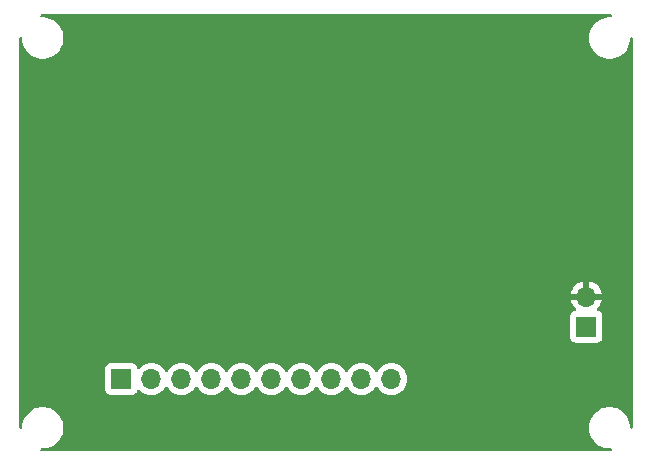
<source format=gbl>
G04 #@! TF.GenerationSoftware,KiCad,Pcbnew,8.0.8*
G04 #@! TF.CreationDate,2025-02-15T12:45:03+02:00*
G04 #@! TF.ProjectId,E900M30S shield,45393030-4d33-4305-9320-736869656c64,rev?*
G04 #@! TF.SameCoordinates,Original*
G04 #@! TF.FileFunction,Copper,L2,Bot*
G04 #@! TF.FilePolarity,Positive*
%FSLAX46Y46*%
G04 Gerber Fmt 4.6, Leading zero omitted, Abs format (unit mm)*
G04 Created by KiCad (PCBNEW 8.0.8) date 2025-02-15 12:45:03*
%MOMM*%
%LPD*%
G01*
G04 APERTURE LIST*
G04 #@! TA.AperFunction,ComponentPad*
%ADD10R,1.700000X1.700000*%
G04 #@! TD*
G04 #@! TA.AperFunction,ComponentPad*
%ADD11O,1.700000X1.700000*%
G04 #@! TD*
G04 #@! TA.AperFunction,ViaPad*
%ADD12C,0.600000*%
G04 #@! TD*
G04 APERTURE END LIST*
D10*
G04 #@! TO.P,J1,1*
G04 #@! TO.N,NSS*
X119380000Y-128905000D03*
D11*
G04 #@! TO.P,J1,2*
G04 #@! TO.N,SCK*
X121920000Y-128905000D03*
G04 #@! TO.P,J1,3*
G04 #@! TO.N,MOSI*
X124460000Y-128905000D03*
G04 #@! TO.P,J1,4*
G04 #@! TO.N,MISO*
X127000000Y-128905000D03*
G04 #@! TO.P,J1,5*
G04 #@! TO.N,RST*
X129540000Y-128905000D03*
G04 #@! TO.P,J1,6*
G04 #@! TO.N,BUSY*
X132080000Y-128905000D03*
G04 #@! TO.P,J1,7*
G04 #@! TO.N,RXEN*
X134620000Y-128905000D03*
G04 #@! TO.P,J1,8*
G04 #@! TO.N,TXEN*
X137160000Y-128905000D03*
G04 #@! TO.P,J1,9*
G04 #@! TO.N,DIO2*
X139700000Y-128905000D03*
G04 #@! TO.P,J1,10*
G04 #@! TO.N,DIO1*
X142240000Y-128905000D03*
G04 #@! TD*
D10*
G04 #@! TO.P,J2,1*
G04 #@! TO.N,+5V*
X158750000Y-124460000D03*
D11*
G04 #@! TO.P,J2,2*
G04 #@! TO.N,GND*
X158750000Y-121920000D03*
G04 #@! TD*
D12*
G04 #@! TO.N,GND*
X130889632Y-121781551D03*
X122309986Y-103173605D03*
X152741659Y-121781551D03*
X127381931Y-103173605D03*
X133307102Y-116946612D03*
X135108353Y-121781551D03*
X152783863Y-103173605D03*
X127429333Y-121781551D03*
X124917061Y-121781551D03*
X137620625Y-121781551D03*
X122357387Y-121781551D03*
G04 #@! TD*
G04 #@! TA.AperFunction,Conductor*
G04 #@! TO.N,GND*
G36*
X160721121Y-98020020D02*
G01*
X160805223Y-98021520D01*
X160871901Y-98042397D01*
X160916707Y-98096008D01*
X160925416Y-98165333D01*
X160895262Y-98228361D01*
X160835820Y-98265081D01*
X160803012Y-98269500D01*
X160588812Y-98269500D01*
X160440452Y-98291863D01*
X160329385Y-98308604D01*
X160329382Y-98308605D01*
X160329376Y-98308606D01*
X160078673Y-98385938D01*
X159842303Y-98499767D01*
X159842302Y-98499768D01*
X159625520Y-98647567D01*
X159433198Y-98826014D01*
X159269614Y-99031143D01*
X159138432Y-99258356D01*
X159042582Y-99502578D01*
X159042576Y-99502597D01*
X158984197Y-99758374D01*
X158984196Y-99758379D01*
X158964592Y-100019995D01*
X158964592Y-100020004D01*
X158984196Y-100281620D01*
X158984197Y-100281625D01*
X159042576Y-100537402D01*
X159042578Y-100537411D01*
X159042580Y-100537416D01*
X159138432Y-100781643D01*
X159269614Y-101008857D01*
X159401736Y-101174533D01*
X159433198Y-101213985D01*
X159614753Y-101382441D01*
X159625521Y-101392433D01*
X159842296Y-101540228D01*
X159842301Y-101540230D01*
X159842302Y-101540231D01*
X159842303Y-101540232D01*
X159967843Y-101600688D01*
X160078673Y-101654061D01*
X160078674Y-101654061D01*
X160078677Y-101654063D01*
X160329385Y-101731396D01*
X160588818Y-101770500D01*
X160851182Y-101770500D01*
X161110615Y-101731396D01*
X161361323Y-101654063D01*
X161597704Y-101540228D01*
X161814479Y-101392433D01*
X162006805Y-101213981D01*
X162170386Y-101008857D01*
X162301568Y-100781643D01*
X162397420Y-100537416D01*
X162455802Y-100281630D01*
X162462910Y-100186779D01*
X162472347Y-100060852D01*
X162496986Y-99995471D01*
X162553061Y-99953790D01*
X162622769Y-99949042D01*
X162683979Y-99982735D01*
X162717255Y-100044172D01*
X162720000Y-100070118D01*
X162720000Y-132969881D01*
X162700315Y-133036920D01*
X162647511Y-133082675D01*
X162578353Y-133092619D01*
X162514797Y-133063594D01*
X162477023Y-133004816D01*
X162472347Y-132979147D01*
X162455803Y-132758379D01*
X162455802Y-132758374D01*
X162455802Y-132758370D01*
X162397420Y-132502584D01*
X162301568Y-132258357D01*
X162170386Y-132031143D01*
X162006805Y-131826019D01*
X162006804Y-131826018D01*
X162006801Y-131826014D01*
X161814479Y-131647567D01*
X161597704Y-131499772D01*
X161597700Y-131499770D01*
X161597697Y-131499768D01*
X161597696Y-131499767D01*
X161361325Y-131385938D01*
X161361327Y-131385938D01*
X161110623Y-131308606D01*
X161110619Y-131308605D01*
X161110615Y-131308604D01*
X160985823Y-131289794D01*
X160851187Y-131269500D01*
X160851182Y-131269500D01*
X160588818Y-131269500D01*
X160588812Y-131269500D01*
X160427247Y-131293853D01*
X160329385Y-131308604D01*
X160329382Y-131308605D01*
X160329376Y-131308606D01*
X160078673Y-131385938D01*
X159842303Y-131499767D01*
X159842302Y-131499768D01*
X159625520Y-131647567D01*
X159433198Y-131826014D01*
X159269614Y-132031143D01*
X159138432Y-132258356D01*
X159042582Y-132502578D01*
X159042576Y-132502597D01*
X158984197Y-132758374D01*
X158984196Y-132758379D01*
X158964592Y-133019995D01*
X158964592Y-133020004D01*
X158984196Y-133281620D01*
X158984197Y-133281625D01*
X159042576Y-133537402D01*
X159042578Y-133537411D01*
X159042580Y-133537416D01*
X159138432Y-133781643D01*
X159269614Y-134008857D01*
X159358562Y-134120394D01*
X159433198Y-134213985D01*
X159614753Y-134382441D01*
X159625521Y-134392433D01*
X159842296Y-134540228D01*
X159842301Y-134540230D01*
X159842302Y-134540231D01*
X159842303Y-134540232D01*
X159967843Y-134600688D01*
X160078673Y-134654061D01*
X160078674Y-134654061D01*
X160078677Y-134654063D01*
X160329385Y-134731396D01*
X160588818Y-134770500D01*
X160803012Y-134770500D01*
X160870051Y-134790185D01*
X160915806Y-134842989D01*
X160925750Y-134912147D01*
X160896725Y-134975703D01*
X160837947Y-135013477D01*
X160805223Y-135018480D01*
X160721121Y-135019980D01*
X160718910Y-135020000D01*
X112721090Y-135020000D01*
X112718879Y-135019980D01*
X112634777Y-135018480D01*
X112568099Y-134997603D01*
X112523293Y-134943992D01*
X112514584Y-134874667D01*
X112544738Y-134811639D01*
X112604180Y-134774919D01*
X112636988Y-134770500D01*
X112851182Y-134770500D01*
X113110615Y-134731396D01*
X113361323Y-134654063D01*
X113597704Y-134540228D01*
X113814479Y-134392433D01*
X113963733Y-134253945D01*
X114006801Y-134213985D01*
X114006801Y-134213983D01*
X114006805Y-134213981D01*
X114170386Y-134008857D01*
X114301568Y-133781643D01*
X114397420Y-133537416D01*
X114455802Y-133281630D01*
X114470091Y-133090957D01*
X114475408Y-133020004D01*
X114475408Y-133019995D01*
X114455803Y-132758379D01*
X114455802Y-132758374D01*
X114455802Y-132758370D01*
X114397420Y-132502584D01*
X114301568Y-132258357D01*
X114170386Y-132031143D01*
X114006805Y-131826019D01*
X114006804Y-131826018D01*
X114006801Y-131826014D01*
X113814479Y-131647567D01*
X113597704Y-131499772D01*
X113597700Y-131499770D01*
X113597697Y-131499768D01*
X113597696Y-131499767D01*
X113361325Y-131385938D01*
X113361327Y-131385938D01*
X113110623Y-131308606D01*
X113110619Y-131308605D01*
X113110615Y-131308604D01*
X112985823Y-131289794D01*
X112851187Y-131269500D01*
X112851182Y-131269500D01*
X112588818Y-131269500D01*
X112588812Y-131269500D01*
X112427247Y-131293853D01*
X112329385Y-131308604D01*
X112329382Y-131308605D01*
X112329376Y-131308606D01*
X112078673Y-131385938D01*
X111842303Y-131499767D01*
X111842302Y-131499768D01*
X111625520Y-131647567D01*
X111433198Y-131826014D01*
X111269614Y-132031143D01*
X111138432Y-132258356D01*
X111042582Y-132502578D01*
X111042576Y-132502597D01*
X110984197Y-132758374D01*
X110984196Y-132758379D01*
X110967653Y-132979147D01*
X110943014Y-133044528D01*
X110886939Y-133086209D01*
X110817230Y-133090957D01*
X110756021Y-133057264D01*
X110722745Y-132995827D01*
X110720000Y-132969881D01*
X110720000Y-128007135D01*
X118029500Y-128007135D01*
X118029500Y-129802870D01*
X118029501Y-129802876D01*
X118035908Y-129862483D01*
X118086202Y-129997328D01*
X118086206Y-129997335D01*
X118172452Y-130112544D01*
X118172455Y-130112547D01*
X118287664Y-130198793D01*
X118287671Y-130198797D01*
X118422517Y-130249091D01*
X118422516Y-130249091D01*
X118429444Y-130249835D01*
X118482127Y-130255500D01*
X120277872Y-130255499D01*
X120337483Y-130249091D01*
X120472331Y-130198796D01*
X120587546Y-130112546D01*
X120673796Y-129997331D01*
X120722810Y-129865916D01*
X120764681Y-129809984D01*
X120830145Y-129785566D01*
X120898418Y-129800417D01*
X120926673Y-129821569D01*
X121048599Y-129943495D01*
X121145384Y-130011265D01*
X121242165Y-130079032D01*
X121242167Y-130079033D01*
X121242170Y-130079035D01*
X121456337Y-130178903D01*
X121684592Y-130240063D01*
X121861034Y-130255500D01*
X121919999Y-130260659D01*
X121920000Y-130260659D01*
X121920001Y-130260659D01*
X121978966Y-130255500D01*
X122155408Y-130240063D01*
X122383663Y-130178903D01*
X122597830Y-130079035D01*
X122791401Y-129943495D01*
X122958495Y-129776401D01*
X123088425Y-129590842D01*
X123143002Y-129547217D01*
X123212500Y-129540023D01*
X123274855Y-129571546D01*
X123291575Y-129590842D01*
X123421500Y-129776395D01*
X123421505Y-129776401D01*
X123588599Y-129943495D01*
X123685384Y-130011265D01*
X123782165Y-130079032D01*
X123782167Y-130079033D01*
X123782170Y-130079035D01*
X123996337Y-130178903D01*
X124224592Y-130240063D01*
X124401034Y-130255500D01*
X124459999Y-130260659D01*
X124460000Y-130260659D01*
X124460001Y-130260659D01*
X124518966Y-130255500D01*
X124695408Y-130240063D01*
X124923663Y-130178903D01*
X125137830Y-130079035D01*
X125331401Y-129943495D01*
X125498495Y-129776401D01*
X125628425Y-129590842D01*
X125683002Y-129547217D01*
X125752500Y-129540023D01*
X125814855Y-129571546D01*
X125831575Y-129590842D01*
X125961500Y-129776395D01*
X125961505Y-129776401D01*
X126128599Y-129943495D01*
X126225384Y-130011265D01*
X126322165Y-130079032D01*
X126322167Y-130079033D01*
X126322170Y-130079035D01*
X126536337Y-130178903D01*
X126764592Y-130240063D01*
X126941034Y-130255500D01*
X126999999Y-130260659D01*
X127000000Y-130260659D01*
X127000001Y-130260659D01*
X127058966Y-130255500D01*
X127235408Y-130240063D01*
X127463663Y-130178903D01*
X127677830Y-130079035D01*
X127871401Y-129943495D01*
X128038495Y-129776401D01*
X128168425Y-129590842D01*
X128223002Y-129547217D01*
X128292500Y-129540023D01*
X128354855Y-129571546D01*
X128371575Y-129590842D01*
X128501500Y-129776395D01*
X128501505Y-129776401D01*
X128668599Y-129943495D01*
X128765384Y-130011265D01*
X128862165Y-130079032D01*
X128862167Y-130079033D01*
X128862170Y-130079035D01*
X129076337Y-130178903D01*
X129304592Y-130240063D01*
X129481034Y-130255500D01*
X129539999Y-130260659D01*
X129540000Y-130260659D01*
X129540001Y-130260659D01*
X129598966Y-130255500D01*
X129775408Y-130240063D01*
X130003663Y-130178903D01*
X130217830Y-130079035D01*
X130411401Y-129943495D01*
X130578495Y-129776401D01*
X130708425Y-129590842D01*
X130763002Y-129547217D01*
X130832500Y-129540023D01*
X130894855Y-129571546D01*
X130911575Y-129590842D01*
X131041500Y-129776395D01*
X131041505Y-129776401D01*
X131208599Y-129943495D01*
X131305384Y-130011265D01*
X131402165Y-130079032D01*
X131402167Y-130079033D01*
X131402170Y-130079035D01*
X131616337Y-130178903D01*
X131844592Y-130240063D01*
X132021034Y-130255500D01*
X132079999Y-130260659D01*
X132080000Y-130260659D01*
X132080001Y-130260659D01*
X132138966Y-130255500D01*
X132315408Y-130240063D01*
X132543663Y-130178903D01*
X132757830Y-130079035D01*
X132951401Y-129943495D01*
X133118495Y-129776401D01*
X133248425Y-129590842D01*
X133303002Y-129547217D01*
X133372500Y-129540023D01*
X133434855Y-129571546D01*
X133451575Y-129590842D01*
X133581500Y-129776395D01*
X133581505Y-129776401D01*
X133748599Y-129943495D01*
X133845384Y-130011265D01*
X133942165Y-130079032D01*
X133942167Y-130079033D01*
X133942170Y-130079035D01*
X134156337Y-130178903D01*
X134384592Y-130240063D01*
X134561034Y-130255500D01*
X134619999Y-130260659D01*
X134620000Y-130260659D01*
X134620001Y-130260659D01*
X134678966Y-130255500D01*
X134855408Y-130240063D01*
X135083663Y-130178903D01*
X135297830Y-130079035D01*
X135491401Y-129943495D01*
X135658495Y-129776401D01*
X135788425Y-129590842D01*
X135843002Y-129547217D01*
X135912500Y-129540023D01*
X135974855Y-129571546D01*
X135991575Y-129590842D01*
X136121500Y-129776395D01*
X136121505Y-129776401D01*
X136288599Y-129943495D01*
X136385384Y-130011265D01*
X136482165Y-130079032D01*
X136482167Y-130079033D01*
X136482170Y-130079035D01*
X136696337Y-130178903D01*
X136924592Y-130240063D01*
X137101034Y-130255500D01*
X137159999Y-130260659D01*
X137160000Y-130260659D01*
X137160001Y-130260659D01*
X137218966Y-130255500D01*
X137395408Y-130240063D01*
X137623663Y-130178903D01*
X137837830Y-130079035D01*
X138031401Y-129943495D01*
X138198495Y-129776401D01*
X138328425Y-129590842D01*
X138383002Y-129547217D01*
X138452500Y-129540023D01*
X138514855Y-129571546D01*
X138531575Y-129590842D01*
X138661500Y-129776395D01*
X138661505Y-129776401D01*
X138828599Y-129943495D01*
X138925384Y-130011265D01*
X139022165Y-130079032D01*
X139022167Y-130079033D01*
X139022170Y-130079035D01*
X139236337Y-130178903D01*
X139464592Y-130240063D01*
X139641034Y-130255500D01*
X139699999Y-130260659D01*
X139700000Y-130260659D01*
X139700001Y-130260659D01*
X139758966Y-130255500D01*
X139935408Y-130240063D01*
X140163663Y-130178903D01*
X140377830Y-130079035D01*
X140571401Y-129943495D01*
X140738495Y-129776401D01*
X140868425Y-129590842D01*
X140923002Y-129547217D01*
X140992500Y-129540023D01*
X141054855Y-129571546D01*
X141071575Y-129590842D01*
X141201500Y-129776395D01*
X141201505Y-129776401D01*
X141368599Y-129943495D01*
X141465384Y-130011265D01*
X141562165Y-130079032D01*
X141562167Y-130079033D01*
X141562170Y-130079035D01*
X141776337Y-130178903D01*
X142004592Y-130240063D01*
X142181034Y-130255500D01*
X142239999Y-130260659D01*
X142240000Y-130260659D01*
X142240001Y-130260659D01*
X142298966Y-130255500D01*
X142475408Y-130240063D01*
X142703663Y-130178903D01*
X142917830Y-130079035D01*
X143111401Y-129943495D01*
X143278495Y-129776401D01*
X143414035Y-129582830D01*
X143513903Y-129368663D01*
X143575063Y-129140408D01*
X143595659Y-128905000D01*
X143575063Y-128669592D01*
X143513903Y-128441337D01*
X143414035Y-128227171D01*
X143408425Y-128219158D01*
X143278494Y-128033597D01*
X143111402Y-127866506D01*
X143111395Y-127866501D01*
X142917834Y-127730967D01*
X142917830Y-127730965D01*
X142917828Y-127730964D01*
X142703663Y-127631097D01*
X142703659Y-127631096D01*
X142703655Y-127631094D01*
X142475413Y-127569938D01*
X142475403Y-127569936D01*
X142240001Y-127549341D01*
X142239999Y-127549341D01*
X142004596Y-127569936D01*
X142004586Y-127569938D01*
X141776344Y-127631094D01*
X141776335Y-127631098D01*
X141562171Y-127730964D01*
X141562169Y-127730965D01*
X141368597Y-127866505D01*
X141201505Y-128033597D01*
X141071575Y-128219158D01*
X141016998Y-128262783D01*
X140947500Y-128269977D01*
X140885145Y-128238454D01*
X140868425Y-128219158D01*
X140738494Y-128033597D01*
X140571402Y-127866506D01*
X140571395Y-127866501D01*
X140377834Y-127730967D01*
X140377830Y-127730965D01*
X140377828Y-127730964D01*
X140163663Y-127631097D01*
X140163659Y-127631096D01*
X140163655Y-127631094D01*
X139935413Y-127569938D01*
X139935403Y-127569936D01*
X139700001Y-127549341D01*
X139699999Y-127549341D01*
X139464596Y-127569936D01*
X139464586Y-127569938D01*
X139236344Y-127631094D01*
X139236335Y-127631098D01*
X139022171Y-127730964D01*
X139022169Y-127730965D01*
X138828597Y-127866505D01*
X138661505Y-128033597D01*
X138531575Y-128219158D01*
X138476998Y-128262783D01*
X138407500Y-128269977D01*
X138345145Y-128238454D01*
X138328425Y-128219158D01*
X138198494Y-128033597D01*
X138031402Y-127866506D01*
X138031395Y-127866501D01*
X137837834Y-127730967D01*
X137837830Y-127730965D01*
X137837828Y-127730964D01*
X137623663Y-127631097D01*
X137623659Y-127631096D01*
X137623655Y-127631094D01*
X137395413Y-127569938D01*
X137395403Y-127569936D01*
X137160001Y-127549341D01*
X137159999Y-127549341D01*
X136924596Y-127569936D01*
X136924586Y-127569938D01*
X136696344Y-127631094D01*
X136696335Y-127631098D01*
X136482171Y-127730964D01*
X136482169Y-127730965D01*
X136288597Y-127866505D01*
X136121505Y-128033597D01*
X135991575Y-128219158D01*
X135936998Y-128262783D01*
X135867500Y-128269977D01*
X135805145Y-128238454D01*
X135788425Y-128219158D01*
X135658494Y-128033597D01*
X135491402Y-127866506D01*
X135491395Y-127866501D01*
X135297834Y-127730967D01*
X135297830Y-127730965D01*
X135297828Y-127730964D01*
X135083663Y-127631097D01*
X135083659Y-127631096D01*
X135083655Y-127631094D01*
X134855413Y-127569938D01*
X134855403Y-127569936D01*
X134620001Y-127549341D01*
X134619999Y-127549341D01*
X134384596Y-127569936D01*
X134384586Y-127569938D01*
X134156344Y-127631094D01*
X134156335Y-127631098D01*
X133942171Y-127730964D01*
X133942169Y-127730965D01*
X133748597Y-127866505D01*
X133581505Y-128033597D01*
X133451575Y-128219158D01*
X133396998Y-128262783D01*
X133327500Y-128269977D01*
X133265145Y-128238454D01*
X133248425Y-128219158D01*
X133118494Y-128033597D01*
X132951402Y-127866506D01*
X132951395Y-127866501D01*
X132757834Y-127730967D01*
X132757830Y-127730965D01*
X132757828Y-127730964D01*
X132543663Y-127631097D01*
X132543659Y-127631096D01*
X132543655Y-127631094D01*
X132315413Y-127569938D01*
X132315403Y-127569936D01*
X132080001Y-127549341D01*
X132079999Y-127549341D01*
X131844596Y-127569936D01*
X131844586Y-127569938D01*
X131616344Y-127631094D01*
X131616335Y-127631098D01*
X131402171Y-127730964D01*
X131402169Y-127730965D01*
X131208597Y-127866505D01*
X131041505Y-128033597D01*
X130911575Y-128219158D01*
X130856998Y-128262783D01*
X130787500Y-128269977D01*
X130725145Y-128238454D01*
X130708425Y-128219158D01*
X130578494Y-128033597D01*
X130411402Y-127866506D01*
X130411395Y-127866501D01*
X130217834Y-127730967D01*
X130217830Y-127730965D01*
X130217828Y-127730964D01*
X130003663Y-127631097D01*
X130003659Y-127631096D01*
X130003655Y-127631094D01*
X129775413Y-127569938D01*
X129775403Y-127569936D01*
X129540001Y-127549341D01*
X129539999Y-127549341D01*
X129304596Y-127569936D01*
X129304586Y-127569938D01*
X129076344Y-127631094D01*
X129076335Y-127631098D01*
X128862171Y-127730964D01*
X128862169Y-127730965D01*
X128668597Y-127866505D01*
X128501505Y-128033597D01*
X128371575Y-128219158D01*
X128316998Y-128262783D01*
X128247500Y-128269977D01*
X128185145Y-128238454D01*
X128168425Y-128219158D01*
X128038494Y-128033597D01*
X127871402Y-127866506D01*
X127871395Y-127866501D01*
X127677834Y-127730967D01*
X127677830Y-127730965D01*
X127677828Y-127730964D01*
X127463663Y-127631097D01*
X127463659Y-127631096D01*
X127463655Y-127631094D01*
X127235413Y-127569938D01*
X127235403Y-127569936D01*
X127000001Y-127549341D01*
X126999999Y-127549341D01*
X126764596Y-127569936D01*
X126764586Y-127569938D01*
X126536344Y-127631094D01*
X126536335Y-127631098D01*
X126322171Y-127730964D01*
X126322169Y-127730965D01*
X126128597Y-127866505D01*
X125961505Y-128033597D01*
X125831575Y-128219158D01*
X125776998Y-128262783D01*
X125707500Y-128269977D01*
X125645145Y-128238454D01*
X125628425Y-128219158D01*
X125498494Y-128033597D01*
X125331402Y-127866506D01*
X125331395Y-127866501D01*
X125137834Y-127730967D01*
X125137830Y-127730965D01*
X125137828Y-127730964D01*
X124923663Y-127631097D01*
X124923659Y-127631096D01*
X124923655Y-127631094D01*
X124695413Y-127569938D01*
X124695403Y-127569936D01*
X124460001Y-127549341D01*
X124459999Y-127549341D01*
X124224596Y-127569936D01*
X124224586Y-127569938D01*
X123996344Y-127631094D01*
X123996335Y-127631098D01*
X123782171Y-127730964D01*
X123782169Y-127730965D01*
X123588597Y-127866505D01*
X123421505Y-128033597D01*
X123291575Y-128219158D01*
X123236998Y-128262783D01*
X123167500Y-128269977D01*
X123105145Y-128238454D01*
X123088425Y-128219158D01*
X122958494Y-128033597D01*
X122791402Y-127866506D01*
X122791395Y-127866501D01*
X122597834Y-127730967D01*
X122597830Y-127730965D01*
X122597828Y-127730964D01*
X122383663Y-127631097D01*
X122383659Y-127631096D01*
X122383655Y-127631094D01*
X122155413Y-127569938D01*
X122155403Y-127569936D01*
X121920001Y-127549341D01*
X121919999Y-127549341D01*
X121684596Y-127569936D01*
X121684586Y-127569938D01*
X121456344Y-127631094D01*
X121456335Y-127631098D01*
X121242171Y-127730964D01*
X121242169Y-127730965D01*
X121048600Y-127866503D01*
X120926673Y-127988430D01*
X120865350Y-128021914D01*
X120795658Y-128016930D01*
X120739725Y-127975058D01*
X120722810Y-127944081D01*
X120673797Y-127812671D01*
X120673793Y-127812664D01*
X120587547Y-127697455D01*
X120587544Y-127697452D01*
X120472335Y-127611206D01*
X120472328Y-127611202D01*
X120337482Y-127560908D01*
X120337483Y-127560908D01*
X120277883Y-127554501D01*
X120277881Y-127554500D01*
X120277873Y-127554500D01*
X120277864Y-127554500D01*
X118482129Y-127554500D01*
X118482123Y-127554501D01*
X118422516Y-127560908D01*
X118287671Y-127611202D01*
X118287664Y-127611206D01*
X118172455Y-127697452D01*
X118172452Y-127697455D01*
X118086206Y-127812664D01*
X118086202Y-127812671D01*
X118035908Y-127947517D01*
X118029501Y-128007116D01*
X118029500Y-128007135D01*
X110720000Y-128007135D01*
X110720000Y-123562135D01*
X157399500Y-123562135D01*
X157399500Y-125357870D01*
X157399501Y-125357876D01*
X157405908Y-125417483D01*
X157456202Y-125552328D01*
X157456206Y-125552335D01*
X157542452Y-125667544D01*
X157542455Y-125667547D01*
X157657664Y-125753793D01*
X157657671Y-125753797D01*
X157792517Y-125804091D01*
X157792516Y-125804091D01*
X157799444Y-125804835D01*
X157852127Y-125810500D01*
X159647872Y-125810499D01*
X159707483Y-125804091D01*
X159842331Y-125753796D01*
X159957546Y-125667546D01*
X160043796Y-125552331D01*
X160094091Y-125417483D01*
X160100500Y-125357873D01*
X160100499Y-123562128D01*
X160094091Y-123502517D01*
X160043796Y-123367669D01*
X160043795Y-123367668D01*
X160043793Y-123367664D01*
X159957547Y-123252455D01*
X159957544Y-123252452D01*
X159842335Y-123166206D01*
X159842328Y-123166202D01*
X159710401Y-123116997D01*
X159654467Y-123075126D01*
X159630050Y-123009662D01*
X159644902Y-122941389D01*
X159666053Y-122913133D01*
X159788108Y-122791078D01*
X159923600Y-122597578D01*
X160023429Y-122383492D01*
X160023432Y-122383486D01*
X160080636Y-122170000D01*
X159183012Y-122170000D01*
X159215925Y-122112993D01*
X159250000Y-121985826D01*
X159250000Y-121854174D01*
X159215925Y-121727007D01*
X159183012Y-121670000D01*
X160080636Y-121670000D01*
X160080635Y-121669999D01*
X160023432Y-121456513D01*
X160023429Y-121456507D01*
X159923600Y-121242422D01*
X159923599Y-121242420D01*
X159788113Y-121048926D01*
X159788108Y-121048920D01*
X159621082Y-120881894D01*
X159427578Y-120746399D01*
X159213492Y-120646570D01*
X159213486Y-120646567D01*
X159000000Y-120589364D01*
X159000000Y-121486988D01*
X158942993Y-121454075D01*
X158815826Y-121420000D01*
X158684174Y-121420000D01*
X158557007Y-121454075D01*
X158500000Y-121486988D01*
X158500000Y-120589364D01*
X158499999Y-120589364D01*
X158286513Y-120646567D01*
X158286507Y-120646570D01*
X158072422Y-120746399D01*
X158072420Y-120746400D01*
X157878926Y-120881886D01*
X157878920Y-120881891D01*
X157711891Y-121048920D01*
X157711886Y-121048926D01*
X157576400Y-121242420D01*
X157576399Y-121242422D01*
X157476570Y-121456507D01*
X157476567Y-121456513D01*
X157419364Y-121669999D01*
X157419364Y-121670000D01*
X158316988Y-121670000D01*
X158284075Y-121727007D01*
X158250000Y-121854174D01*
X158250000Y-121985826D01*
X158284075Y-122112993D01*
X158316988Y-122170000D01*
X157419364Y-122170000D01*
X157476567Y-122383486D01*
X157476570Y-122383492D01*
X157576399Y-122597578D01*
X157711894Y-122791082D01*
X157833946Y-122913134D01*
X157867431Y-122974457D01*
X157862447Y-123044149D01*
X157820575Y-123100082D01*
X157789598Y-123116997D01*
X157657671Y-123166202D01*
X157657664Y-123166206D01*
X157542455Y-123252452D01*
X157542452Y-123252455D01*
X157456206Y-123367664D01*
X157456202Y-123367671D01*
X157405908Y-123502517D01*
X157399501Y-123562116D01*
X157399501Y-123562123D01*
X157399500Y-123562135D01*
X110720000Y-123562135D01*
X110720000Y-100070118D01*
X110739685Y-100003079D01*
X110792489Y-99957324D01*
X110861647Y-99947380D01*
X110925203Y-99976405D01*
X110962977Y-100035183D01*
X110967653Y-100060852D01*
X110984196Y-100281620D01*
X110984197Y-100281625D01*
X111042576Y-100537402D01*
X111042578Y-100537411D01*
X111042580Y-100537416D01*
X111138432Y-100781643D01*
X111269614Y-101008857D01*
X111401736Y-101174533D01*
X111433198Y-101213985D01*
X111614753Y-101382441D01*
X111625521Y-101392433D01*
X111842296Y-101540228D01*
X111842301Y-101540230D01*
X111842302Y-101540231D01*
X111842303Y-101540232D01*
X111967843Y-101600688D01*
X112078673Y-101654061D01*
X112078674Y-101654061D01*
X112078677Y-101654063D01*
X112329385Y-101731396D01*
X112588818Y-101770500D01*
X112851182Y-101770500D01*
X113110615Y-101731396D01*
X113361323Y-101654063D01*
X113597704Y-101540228D01*
X113814479Y-101392433D01*
X114006805Y-101213981D01*
X114170386Y-101008857D01*
X114301568Y-100781643D01*
X114397420Y-100537416D01*
X114455802Y-100281630D01*
X114462910Y-100186779D01*
X114475408Y-100020004D01*
X114475408Y-100019995D01*
X114455803Y-99758379D01*
X114455802Y-99758374D01*
X114455802Y-99758370D01*
X114397420Y-99502584D01*
X114301568Y-99258357D01*
X114170386Y-99031143D01*
X114006805Y-98826019D01*
X114006804Y-98826018D01*
X114006801Y-98826014D01*
X113814479Y-98647567D01*
X113597704Y-98499772D01*
X113597700Y-98499770D01*
X113597697Y-98499768D01*
X113597696Y-98499767D01*
X113361325Y-98385938D01*
X113361327Y-98385938D01*
X113110623Y-98308606D01*
X113110619Y-98308605D01*
X113110615Y-98308604D01*
X112985823Y-98289794D01*
X112851187Y-98269500D01*
X112851182Y-98269500D01*
X112636988Y-98269500D01*
X112569949Y-98249815D01*
X112524194Y-98197011D01*
X112514250Y-98127853D01*
X112543275Y-98064297D01*
X112602053Y-98026523D01*
X112634777Y-98021520D01*
X112718879Y-98020020D01*
X112721090Y-98020000D01*
X160718910Y-98020000D01*
X160721121Y-98020020D01*
G37*
G04 #@! TD.AperFunction*
G04 #@! TD*
M02*

</source>
